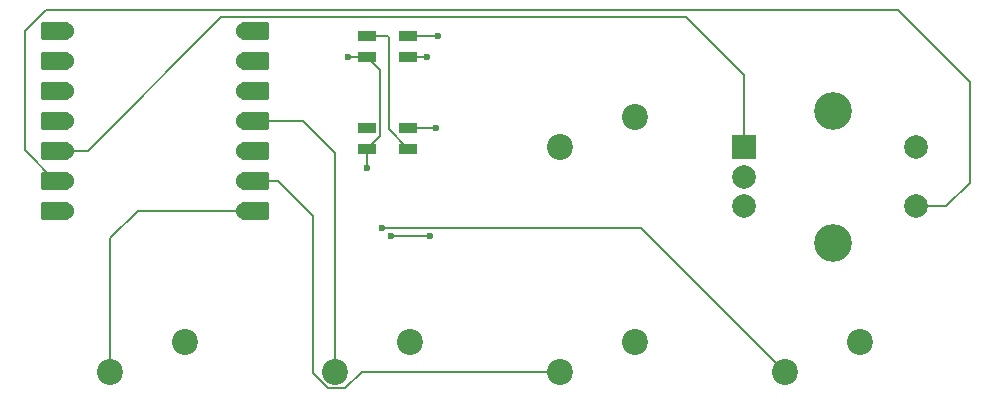
<source format=gbr>
%TF.GenerationSoftware,KiCad,Pcbnew,9.0.6*%
%TF.CreationDate,2025-12-15T23:37:31+00:00*%
%TF.ProjectId,Macropad,4d616372-6f70-4616-942e-6b696361645f,rev?*%
%TF.SameCoordinates,Original*%
%TF.FileFunction,Copper,L1,Top*%
%TF.FilePolarity,Positive*%
%FSLAX46Y46*%
G04 Gerber Fmt 4.6, Leading zero omitted, Abs format (unit mm)*
G04 Created by KiCad (PCBNEW 9.0.6) date 2025-12-15 23:37:31*
%MOMM*%
%LPD*%
G01*
G04 APERTURE LIST*
G04 Aperture macros list*
%AMRoundRect*
0 Rectangle with rounded corners*
0 $1 Rounding radius*
0 $2 $3 $4 $5 $6 $7 $8 $9 X,Y pos of 4 corners*
0 Add a 4 corners polygon primitive as box body*
4,1,4,$2,$3,$4,$5,$6,$7,$8,$9,$2,$3,0*
0 Add four circle primitives for the rounded corners*
1,1,$1+$1,$2,$3*
1,1,$1+$1,$4,$5*
1,1,$1+$1,$6,$7*
1,1,$1+$1,$8,$9*
0 Add four rect primitives between the rounded corners*
20,1,$1+$1,$2,$3,$4,$5,0*
20,1,$1+$1,$4,$5,$6,$7,0*
20,1,$1+$1,$6,$7,$8,$9,0*
20,1,$1+$1,$8,$9,$2,$3,0*%
G04 Aperture macros list end*
%TA.AperFunction,ComponentPad*%
%ADD10R,2.000000X2.000000*%
%TD*%
%TA.AperFunction,ComponentPad*%
%ADD11C,2.000000*%
%TD*%
%TA.AperFunction,ComponentPad*%
%ADD12C,3.200000*%
%TD*%
%TA.AperFunction,SMDPad,CuDef*%
%ADD13R,1.600000X0.850000*%
%TD*%
%TA.AperFunction,ComponentPad*%
%ADD14C,2.200000*%
%TD*%
%TA.AperFunction,SMDPad,CuDef*%
%ADD15RoundRect,0.152400X1.063600X0.609600X-1.063600X0.609600X-1.063600X-0.609600X1.063600X-0.609600X0*%
%TD*%
%TA.AperFunction,ComponentPad*%
%ADD16C,1.524000*%
%TD*%
%TA.AperFunction,SMDPad,CuDef*%
%ADD17RoundRect,0.152400X-1.063600X-0.609600X1.063600X-0.609600X1.063600X0.609600X-1.063600X0.609600X0*%
%TD*%
%TA.AperFunction,ViaPad*%
%ADD18C,0.600000*%
%TD*%
%TA.AperFunction,Conductor*%
%ADD19C,0.200000*%
%TD*%
G04 APERTURE END LIST*
D10*
%TO.P,SW6,A,A*%
%TO.N,Net-(U1-GPIO6{slash}SDA)*%
X173725000Y-35600000D03*
D11*
%TO.P,SW6,B,B*%
%TO.N,Net-(U1-GPIO29{slash}ADC3{slash}A3)*%
X173725000Y-40600000D03*
%TO.P,SW6,C,C*%
%TO.N,GND*%
X173725000Y-38100000D03*
D12*
%TO.P,SW6,MP*%
%TO.N,N/C*%
X181225000Y-32500000D03*
X181225000Y-43700000D03*
D11*
%TO.P,SW6,S1,S1*%
%TO.N,Net-(U1-GPIO7{slash}SCL)*%
X188225000Y-40600000D03*
%TO.P,SW6,S2,S2*%
%TO.N,GND*%
X188225000Y-35600000D03*
%TD*%
D13*
%TO.P,D1,1,DOUT*%
%TO.N,Net-(D1-DOUT)*%
X141756250Y-26193750D03*
%TO.P,D1,2,VSS*%
%TO.N,GND*%
X141756250Y-27943750D03*
%TO.P,D1,3,DIN*%
%TO.N,Net-(D1-DIN)*%
X145256250Y-27943750D03*
%TO.P,D1,4,VDD*%
%TO.N,+5V*%
X145256250Y-26193750D03*
%TD*%
D14*
%TO.P,SW1,1,1*%
%TO.N,GND*%
X126365000Y-52070000D03*
%TO.P,SW1,2,2*%
%TO.N,Net-(U1-GPIO1{slash}RX)*%
X120015000Y-54610000D03*
%TD*%
%TO.P,SW2,1,1*%
%TO.N,GND*%
X145415000Y-52070000D03*
%TO.P,SW2,2,2*%
%TO.N,Net-(U1-GPIO3{slash}MOSI)*%
X139065000Y-54610000D03*
%TD*%
%TO.P,SW5,1,1*%
%TO.N,GND*%
X183515000Y-52070000D03*
%TO.P,SW5,2,2*%
%TO.N,Net-(U1-GPIO4{slash}MISO)*%
X177165000Y-54610000D03*
%TD*%
%TO.P,SW4,1,1*%
%TO.N,GND*%
X164465000Y-33020000D03*
%TO.P,SW4,2,2*%
%TO.N,Net-(U1-GPIO0{slash}TX)*%
X158115000Y-35560000D03*
%TD*%
%TO.P,SW3,1,1*%
%TO.N,GND*%
X164465000Y-52070000D03*
%TO.P,SW3,2,2*%
%TO.N,Net-(U1-GPIO2{slash}SCK)*%
X158115000Y-54610000D03*
%TD*%
D15*
%TO.P,U1,1,GPIO26/ADC0/A0*%
%TO.N,unconnected-(U1-GPIO26{slash}ADC0{slash}A0-Pad1)*%
X115370000Y-25717500D03*
D16*
X116205000Y-25717500D03*
D15*
%TO.P,U1,2,GPIO27/ADC1/A1*%
%TO.N,unconnected-(U1-GPIO27{slash}ADC1{slash}A1-Pad2)*%
X115370000Y-28257500D03*
D16*
X116205000Y-28257500D03*
D15*
%TO.P,U1,3,GPIO28/ADC2/A2*%
%TO.N,Net-(D1-DIN)*%
X115370000Y-30797500D03*
D16*
X116205000Y-30797500D03*
D15*
%TO.P,U1,4,GPIO29/ADC3/A3*%
%TO.N,Net-(U1-GPIO29{slash}ADC3{slash}A3)*%
X115370000Y-33337500D03*
D16*
X116205000Y-33337500D03*
D15*
%TO.P,U1,5,GPIO6/SDA*%
%TO.N,Net-(U1-GPIO6{slash}SDA)*%
X115370000Y-35877500D03*
D16*
X116205000Y-35877500D03*
D15*
%TO.P,U1,6,GPIO7/SCL*%
%TO.N,Net-(U1-GPIO7{slash}SCL)*%
X115370000Y-38417500D03*
D16*
X116205000Y-38417500D03*
D15*
%TO.P,U1,7,GPIO0/TX*%
%TO.N,Net-(U1-GPIO0{slash}TX)*%
X115370000Y-40957500D03*
D16*
X116205000Y-40957500D03*
%TO.P,U1,8,GPIO1/RX*%
%TO.N,Net-(U1-GPIO1{slash}RX)*%
X131445000Y-40957500D03*
D17*
X132280000Y-40957500D03*
D16*
%TO.P,U1,9,GPIO2/SCK*%
%TO.N,Net-(U1-GPIO2{slash}SCK)*%
X131445000Y-38417500D03*
D17*
X132280000Y-38417500D03*
D16*
%TO.P,U1,10,GPIO4/MISO*%
%TO.N,Net-(U1-GPIO4{slash}MISO)*%
X131445000Y-35877500D03*
D17*
X132280000Y-35877500D03*
D16*
%TO.P,U1,11,GPIO3/MOSI*%
%TO.N,Net-(U1-GPIO3{slash}MOSI)*%
X131445000Y-33337500D03*
D17*
X132280000Y-33337500D03*
D16*
%TO.P,U1,12,3V3*%
%TO.N,unconnected-(U1-3V3-Pad12)*%
X131445000Y-30797500D03*
D17*
X132280000Y-30797500D03*
D16*
%TO.P,U1,13,GND*%
%TO.N,GND*%
X131445000Y-28257500D03*
D17*
X132280000Y-28257500D03*
D16*
%TO.P,U1,14,VBUS*%
%TO.N,+5V*%
X131445000Y-25717500D03*
D17*
X132280000Y-25717500D03*
%TD*%
D13*
%TO.P,D2,1,DOUT*%
%TO.N,unconnected-(D2-DOUT-Pad1)*%
X141756250Y-33968750D03*
%TO.P,D2,2,VSS*%
%TO.N,GND*%
X141756250Y-35718750D03*
%TO.P,D2,3,DIN*%
%TO.N,Net-(D1-DOUT)*%
X145256250Y-35718750D03*
%TO.P,D2,4,VDD*%
%TO.N,+5V*%
X145256250Y-33968750D03*
%TD*%
D18*
%TO.N,Net-(D1-DIN)*%
X146856250Y-27943750D03*
%TO.N,GND*%
X140200000Y-28000000D03*
X141800000Y-37400000D03*
%TO.N,+5V*%
X147793750Y-26193750D03*
X147600000Y-33968750D03*
%TO.N,Net-(U1-GPIO4{slash}MISO)*%
X143000000Y-42400000D03*
%TO.N,Net-(U1-GPIO29{slash}ADC3{slash}A3)*%
X147100000Y-43100000D03*
X143800000Y-43100000D03*
%TD*%
D19*
%TO.N,Net-(D1-DIN)*%
X145256250Y-27943750D02*
X146856250Y-27943750D01*
X146856250Y-27943750D02*
X146900000Y-27900000D01*
%TO.N,GND*%
X132593750Y-27943750D02*
X132280000Y-28257500D01*
X141756250Y-27943750D02*
X140256250Y-27943750D01*
X141756250Y-35718750D02*
X141756250Y-37356250D01*
X141756250Y-35718750D02*
X142857250Y-34617750D01*
X142857250Y-34617750D02*
X142857250Y-29044750D01*
X140256250Y-27943750D02*
X140200000Y-28000000D01*
X141756250Y-37356250D02*
X141800000Y-37400000D01*
X142857250Y-29044750D02*
X141756250Y-27943750D01*
%TO.N,Net-(D1-DOUT)*%
X143493750Y-26193750D02*
X141756250Y-26193750D01*
X143600000Y-26300000D02*
X143493750Y-26193750D01*
X145256250Y-35718750D02*
X143600000Y-34062500D01*
X143600000Y-34062500D02*
X143600000Y-26300000D01*
%TO.N,+5V*%
X147668750Y-33968750D02*
X147700000Y-34000000D01*
X133042000Y-24955500D02*
X132280000Y-25717500D01*
X145256250Y-33968750D02*
X147600000Y-33968750D01*
X147600000Y-33968750D02*
X147668750Y-33968750D01*
X147793750Y-26193750D02*
X147800000Y-26200000D01*
X145256250Y-26193750D02*
X147793750Y-26193750D01*
%TO.N,Net-(U1-GPIO1{slash}RX)*%
X122342500Y-40957500D02*
X131445000Y-40957500D01*
X120015000Y-54610000D02*
X120015000Y-43285000D01*
X120015000Y-43285000D02*
X122342500Y-40957500D01*
%TO.N,Net-(U1-GPIO3{slash}MOSI)*%
X136337500Y-33337500D02*
X132280000Y-33337500D01*
X139065000Y-36065000D02*
X136337500Y-33337500D01*
X139065000Y-54610000D02*
X139065000Y-36065000D01*
%TO.N,Net-(U1-GPIO2{slash}SCK)*%
X141310000Y-54610000D02*
X139909000Y-56011000D01*
X134217500Y-38417500D02*
X132280000Y-38417500D01*
X158115000Y-54610000D02*
X141310000Y-54610000D01*
X139909000Y-56011000D02*
X138484686Y-56011000D01*
X137200000Y-41400000D02*
X134217500Y-38417500D01*
X137200000Y-54726314D02*
X137200000Y-41400000D01*
X138484686Y-56011000D02*
X137200000Y-54726314D01*
%TO.N,Net-(U1-GPIO4{slash}MISO)*%
X177165000Y-54610000D02*
X164955000Y-42400000D01*
X164955000Y-42400000D02*
X143000000Y-42400000D01*
%TO.N,Net-(U1-GPIO7{slash}SCL)*%
X186700000Y-24000000D02*
X114600000Y-24000000D01*
X112800000Y-25800000D02*
X112800000Y-35847500D01*
X192800000Y-30100000D02*
X186700000Y-24000000D01*
X188225000Y-40600000D02*
X190800000Y-40600000D01*
X114600000Y-24000000D02*
X112800000Y-25800000D01*
X192800000Y-38600000D02*
X192800000Y-30100000D01*
X112800000Y-35847500D02*
X115370000Y-38417500D01*
X190800000Y-40600000D02*
X192800000Y-38600000D01*
%TO.N,Net-(U1-GPIO29{slash}ADC3{slash}A3)*%
X147100000Y-43100000D02*
X143800000Y-43100000D01*
%TO.N,Net-(U1-GPIO6{slash}SDA)*%
X173725000Y-35600000D02*
X173725000Y-29525000D01*
X129445500Y-24554500D02*
X118122500Y-35877500D01*
X118122500Y-35877500D02*
X116205000Y-35877500D01*
X173725000Y-29525000D02*
X168754500Y-24554500D01*
X168754500Y-24554500D02*
X129445500Y-24554500D01*
%TD*%
M02*

</source>
